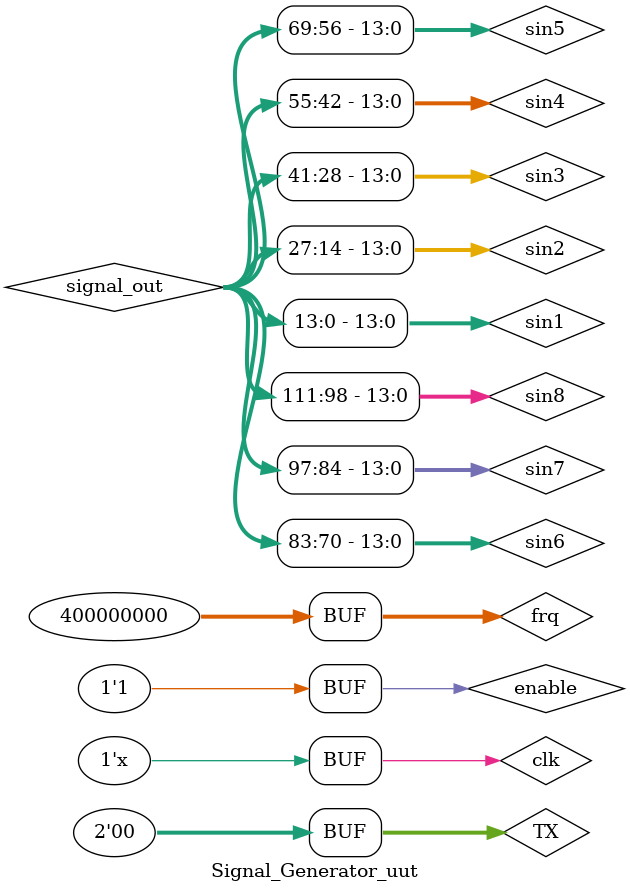
<source format=v>
`timescale 1ns / 1ps


module Signal_Generator_uut;

	// Inputs
	reg clk;
	reg enable;
	reg [31:0] frq;
	reg [1:0] TX;

	// Outputs
	wire [111:0] signal_out;
	wire [127:0] dds_i;
	wire [127:0] dds_q;
	wire signal_val;
   wire signed [13:0] sin1, sin2, sin3, sin4, sin5, sin6, sin7, sin8;


	// Instantiate the Unit Under Test (UUT)
	Signal_Generator uut (
		.clk(clk), 
		.enable(enable), 
		.frq(frq), 
		.TX(TX), 
		.signal_out(signal_out), 
		.dds_i(dds_i), 
		.dds_q(dds_q), 
		.signal_val(signal_val)
	);
   
   assign {sin8, 
           sin7, 
           sin6, 
           sin5, 
           sin4, 
           sin3, 
           sin2, 
           sin1} = signal_out;
   
   always #2.5 clk = ~clk;
   
   always @(posedge clk) begin
      $display(sin1); 
      $display(sin2); 
      $display(sin3);
      $display(sin4);
      $display(sin5);
      $display(sin6);
      $display(sin7);
      $display(sin8);
   end

	initial begin
		// Initialize Inputs
		clk = 0;
		enable = 1;
		frq = 32'd400000000;
		TX = 0;

		// Wait 100 ns for global reset to finish
		#100;
        
		// Add stimulus here

	end
      
endmodule


</source>
